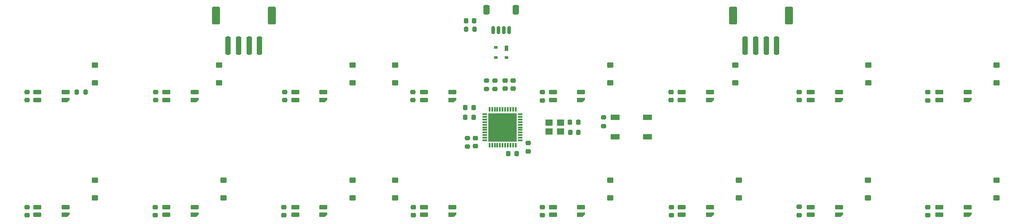
<source format=gbp>
G04 #@! TF.GenerationSoftware,KiCad,Pcbnew,(6.0.7)*
G04 #@! TF.CreationDate,2023-01-14T22:54:19+05:00*
G04 #@! TF.ProjectId,2x8 Music Keyboard PCB,32783820-4d75-4736-9963-204b6579626f,1*
G04 #@! TF.SameCoordinates,Original*
G04 #@! TF.FileFunction,Paste,Bot*
G04 #@! TF.FilePolarity,Positive*
%FSLAX46Y46*%
G04 Gerber Fmt 4.6, Leading zero omitted, Abs format (unit mm)*
G04 Created by KiCad (PCBNEW (6.0.7)) date 2023-01-14 22:54:19*
%MOMM*%
%LPD*%
G01*
G04 APERTURE LIST*
G04 Aperture macros list*
%AMRoundRect*
0 Rectangle with rounded corners*
0 $1 Rounding radius*
0 $2 $3 $4 $5 $6 $7 $8 $9 X,Y pos of 4 corners*
0 Add a 4 corners polygon primitive as box body*
4,1,4,$2,$3,$4,$5,$6,$7,$8,$9,$2,$3,0*
0 Add four circle primitives for the rounded corners*
1,1,$1+$1,$2,$3*
1,1,$1+$1,$4,$5*
1,1,$1+$1,$6,$7*
1,1,$1+$1,$8,$9*
0 Add four rect primitives between the rounded corners*
20,1,$1+$1,$2,$3,$4,$5,0*
20,1,$1+$1,$4,$5,$6,$7,0*
20,1,$1+$1,$6,$7,$8,$9,0*
20,1,$1+$1,$8,$9,$2,$3,0*%
%AMOutline5P*
0 Free polygon, 5 corners , with rotation*
0 The origin of the aperture is its center*
0 number of corners: always 5*
0 $1 to $10 corner X, Y*
0 $11 Rotation angle, in degrees counterclockwise*
0 create outline with 5 corners*
4,1,5,$1,$2,$3,$4,$5,$6,$7,$8,$9,$10,$1,$2,$11*%
%AMOutline6P*
0 Free polygon, 6 corners , with rotation*
0 The origin of the aperture is its center*
0 number of corners: always 6*
0 $1 to $12 corner X, Y*
0 $13 Rotation angle, in degrees counterclockwise*
0 create outline with 6 corners*
4,1,6,$1,$2,$3,$4,$5,$6,$7,$8,$9,$10,$11,$12,$1,$2,$13*%
%AMOutline7P*
0 Free polygon, 7 corners , with rotation*
0 The origin of the aperture is its center*
0 number of corners: always 7*
0 $1 to $14 corner X, Y*
0 $15 Rotation angle, in degrees counterclockwise*
0 create outline with 7 corners*
4,1,7,$1,$2,$3,$4,$5,$6,$7,$8,$9,$10,$11,$12,$13,$14,$1,$2,$15*%
%AMOutline8P*
0 Free polygon, 8 corners , with rotation*
0 The origin of the aperture is its center*
0 number of corners: always 8*
0 $1 to $16 corner X, Y*
0 $17 Rotation angle, in degrees counterclockwise*
0 create outline with 8 corners*
4,1,8,$1,$2,$3,$4,$5,$6,$7,$8,$9,$10,$11,$12,$13,$14,$15,$16,$1,$2,$17*%
G04 Aperture macros list end*
%ADD10RoundRect,0.225000X-0.250000X0.225000X-0.250000X-0.225000X0.250000X-0.225000X0.250000X0.225000X0*%
%ADD11RoundRect,0.083500X-0.656500X0.334000X-0.656500X-0.334000X0.656500X-0.334000X0.656500X0.334000X0*%
%ADD12RoundRect,0.077500X-0.677500X0.310000X-0.677500X-0.310000X0.677500X-0.310000X0.677500X0.310000X0*%
%ADD13Outline5P,-0.407500X0.725000X0.000000X0.725000X0.407500X0.317500X0.407500X-0.725000X-0.407500X-0.725000X270.000000*%
%ADD14RoundRect,0.082500X-0.647500X0.330000X-0.647500X-0.330000X0.647500X-0.330000X0.647500X0.330000X0*%
%ADD15RoundRect,0.225000X-0.225000X-0.250000X0.225000X-0.250000X0.225000X0.250000X-0.225000X0.250000X0*%
%ADD16R,0.700000X1.000000*%
%ADD17R,0.700000X0.600000*%
%ADD18RoundRect,0.200000X-0.275000X0.200000X-0.275000X-0.200000X0.275000X-0.200000X0.275000X0.200000X0*%
%ADD19RoundRect,0.275000X-0.335000X0.275000X-0.335000X-0.275000X0.335000X-0.275000X0.335000X0.275000X0*%
%ADD20RoundRect,0.200000X0.200000X0.275000X-0.200000X0.275000X-0.200000X-0.275000X0.200000X-0.275000X0*%
%ADD21RoundRect,0.200000X0.275000X-0.200000X0.275000X0.200000X-0.275000X0.200000X-0.275000X-0.200000X0*%
%ADD22RoundRect,0.250000X-0.250000X-1.500000X0.250000X-1.500000X0.250000X1.500000X-0.250000X1.500000X0*%
%ADD23RoundRect,0.250001X-0.499999X-1.449999X0.499999X-1.449999X0.499999X1.449999X-0.499999X1.449999X0*%
%ADD24RoundRect,0.150000X-0.150000X-0.625000X0.150000X-0.625000X0.150000X0.625000X-0.150000X0.625000X0*%
%ADD25RoundRect,0.249999X-0.350001X-0.650001X0.350001X-0.650001X0.350001X0.650001X-0.350001X0.650001X0*%
%ADD26R,1.400000X1.200000*%
%ADD27RoundRect,0.218750X0.218750X0.256250X-0.218750X0.256250X-0.218750X-0.256250X0.218750X-0.256250X0*%
%ADD28RoundRect,0.225000X0.225000X0.250000X-0.225000X0.250000X-0.225000X-0.250000X0.225000X-0.250000X0*%
%ADD29R,1.800000X1.100000*%
%ADD30R,0.300000X0.950000*%
%ADD31R,0.950000X0.300000*%
%ADD32R,5.400000X5.400000*%
G04 APERTURE END LIST*
D10*
G04 #@! TO.C,C20*
X108565000Y-119370000D03*
X108565000Y-117820000D03*
G04 #@! TD*
D11*
G04 #@! TO.C,LED9*
X61515000Y-117824995D03*
D12*
X61515000Y-119324995D03*
D13*
X66915000Y-119324995D03*
D14*
X66915000Y-117824995D03*
G04 #@! TD*
D10*
G04 #@! TO.C,C10*
X59535000Y-97390000D03*
X59535000Y-95840000D03*
G04 #@! TD*
D11*
G04 #@! TO.C,LED3*
X110715000Y-95825000D03*
D12*
X110715000Y-97325000D03*
D13*
X116115000Y-97325000D03*
D14*
X116115000Y-95825000D03*
G04 #@! TD*
D15*
G04 #@! TO.C,C1*
X164745000Y-101575000D03*
X163195000Y-101575000D03*
G04 #@! TD*
D10*
G04 #@! TO.C,C21*
X133275000Y-119395000D03*
X133275000Y-117845000D03*
G04 #@! TD*
D11*
G04 #@! TO.C,LED2*
X86115000Y-95825000D03*
D12*
X86115000Y-97325000D03*
D13*
X91515000Y-97325000D03*
D14*
X91515000Y-95825000D03*
G04 #@! TD*
D15*
G04 #@! TO.C,C4*
X152960000Y-107605000D03*
X151410000Y-107605000D03*
G04 #@! TD*
D16*
G04 #@! TO.C,ESD1*
X151035000Y-87500000D03*
D17*
X151035000Y-89200000D03*
X149035000Y-89200000D03*
X149035000Y-87300000D03*
G04 #@! TD*
D10*
G04 #@! TO.C,C15*
X182495000Y-97390000D03*
X182495000Y-95840000D03*
G04 #@! TD*
G04 #@! TO.C,C12*
X108705000Y-97380000D03*
X108705000Y-95830000D03*
G04 #@! TD*
D11*
G04 #@! TO.C,LED16*
X233715000Y-117824995D03*
D12*
X233715000Y-119324995D03*
D13*
X239115000Y-119324995D03*
D14*
X239115000Y-117824995D03*
G04 #@! TD*
D18*
G04 #@! TO.C,R3*
X147285000Y-95250000D03*
X147285000Y-93600000D03*
G04 #@! TD*
D11*
G04 #@! TO.C,LED7*
X209115000Y-95825000D03*
D12*
X209115000Y-97325000D03*
D13*
X214515000Y-97325000D03*
D14*
X214515000Y-95825000D03*
G04 #@! TD*
D19*
G04 #@! TO.C,D_12*
X129775000Y-116100000D03*
X129775000Y-112700000D03*
G04 #@! TD*
D11*
G04 #@! TO.C,LED1*
X61515000Y-95825000D03*
D12*
X61515000Y-97325000D03*
D13*
X66915000Y-97325000D03*
D14*
X66915000Y-95825000D03*
G04 #@! TD*
D20*
G04 #@! TO.C,R2*
X143310000Y-83805000D03*
X144960000Y-83805000D03*
G04 #@! TD*
D19*
G04 #@! TO.C,D_7*
X220125000Y-94075000D03*
X220125000Y-90675000D03*
G04 #@! TD*
D10*
G04 #@! TO.C,C14*
X157935000Y-97420000D03*
X157935000Y-95870000D03*
G04 #@! TD*
G04 #@! TO.C,C9*
X150805000Y-95200000D03*
X150805000Y-93650000D03*
G04 #@! TD*
D11*
G04 #@! TO.C,LED12*
X135315000Y-117824995D03*
D12*
X135315000Y-119324995D03*
D13*
X140715000Y-119324995D03*
D14*
X140715000Y-117824995D03*
G04 #@! TD*
D11*
G04 #@! TO.C,LED15*
X209115000Y-117824995D03*
D12*
X209115000Y-119324995D03*
D13*
X214515000Y-119324995D03*
D14*
X214515000Y-117824995D03*
G04 #@! TD*
D19*
G04 #@! TO.C,D_13*
X170855000Y-116100000D03*
X170855000Y-112700000D03*
G04 #@! TD*
D10*
G04 #@! TO.C,C17*
X231515000Y-97410000D03*
X231515000Y-95860000D03*
G04 #@! TD*
D19*
G04 #@! TO.C,D_1*
X72505000Y-94075000D03*
X72505000Y-90675000D03*
G04 #@! TD*
D21*
G04 #@! TO.C,R1*
X169635000Y-100690000D03*
X169635000Y-102340000D03*
G04 #@! TD*
D10*
G04 #@! TO.C,C16*
X206965000Y-97380000D03*
X206965000Y-95830000D03*
G04 #@! TD*
G04 #@! TO.C,C18*
X59495000Y-119390000D03*
X59495000Y-117840000D03*
G04 #@! TD*
D22*
G04 #@! TO.C,J4*
X97915000Y-86975000D03*
X99915000Y-86975000D03*
X101915000Y-86975000D03*
X103915000Y-86975000D03*
D23*
X106265000Y-81225000D03*
X95565000Y-81225000D03*
G04 #@! TD*
D19*
G04 #@! TO.C,D_16*
X244645000Y-116100000D03*
X244645000Y-112700000D03*
G04 #@! TD*
D20*
G04 #@! TO.C,R5*
X69020000Y-95825000D03*
X70670000Y-95825000D03*
G04 #@! TD*
D19*
G04 #@! TO.C,D_10*
X97065000Y-116100000D03*
X97065000Y-112700000D03*
G04 #@! TD*
D11*
G04 #@! TO.C,LED4*
X135315000Y-95825000D03*
D12*
X135315000Y-97325000D03*
D13*
X140715000Y-97325000D03*
D14*
X140715000Y-95825000D03*
G04 #@! TD*
D11*
G04 #@! TO.C,LED8*
X233715000Y-95825000D03*
D12*
X233715000Y-97325000D03*
D13*
X239115000Y-97325000D03*
D14*
X239115000Y-95825000D03*
G04 #@! TD*
D19*
G04 #@! TO.C,D_4*
X129805000Y-94075000D03*
X129805000Y-90675000D03*
G04 #@! TD*
G04 #@! TO.C,D_14*
X195445000Y-116100000D03*
X195445000Y-112700000D03*
G04 #@! TD*
D10*
G04 #@! TO.C,C13*
X133205000Y-97360000D03*
X133205000Y-95810000D03*
G04 #@! TD*
D19*
G04 #@! TO.C,D_3*
X121665000Y-94075000D03*
X121665000Y-90675000D03*
G04 #@! TD*
D10*
G04 #@! TO.C,C2*
X155225000Y-107150000D03*
X155225000Y-105600000D03*
G04 #@! TD*
D24*
G04 #@! TO.C,J1*
X148545000Y-84005000D03*
X149545000Y-84005000D03*
X150545000Y-84005000D03*
X151545000Y-84005000D03*
D25*
X152845000Y-80130000D03*
X147245000Y-80130000D03*
G04 #@! TD*
D22*
G04 #@! TO.C,J2*
X196645000Y-86975000D03*
X198645000Y-86975000D03*
X200645000Y-86975000D03*
X202645000Y-86975000D03*
D23*
X204995000Y-81225000D03*
X194295000Y-81225000D03*
G04 #@! TD*
D19*
G04 #@! TO.C,D_11*
X121675000Y-116100000D03*
X121675000Y-112700000D03*
G04 #@! TD*
D26*
G04 #@! TO.C,Y1*
X161405000Y-103405000D03*
X159205000Y-103405000D03*
X159205000Y-101705000D03*
X161405000Y-101705000D03*
G04 #@! TD*
D19*
G04 #@! TO.C,D_2*
X96195000Y-94075000D03*
X96195000Y-90675000D03*
G04 #@! TD*
D27*
G04 #@! TO.C,P1*
X144902500Y-82215000D03*
X143327500Y-82215000D03*
G04 #@! TD*
D10*
G04 #@! TO.C,C25*
X231525000Y-119385000D03*
X231525000Y-117835000D03*
G04 #@! TD*
D19*
G04 #@! TO.C,D_15*
X220085000Y-116100000D03*
X220085000Y-112700000D03*
G04 #@! TD*
D21*
G04 #@! TO.C,R6*
X143575000Y-104605000D03*
X143575000Y-106255000D03*
G04 #@! TD*
D11*
G04 #@! TO.C,LED11*
X110715000Y-117824995D03*
D12*
X110715000Y-119324995D03*
D13*
X116115000Y-119324995D03*
D14*
X116115000Y-117824995D03*
G04 #@! TD*
D11*
G04 #@! TO.C,LED13*
X159915000Y-117824995D03*
D12*
X159915000Y-119324995D03*
D13*
X165315000Y-119324995D03*
D14*
X165315000Y-117824995D03*
G04 #@! TD*
D15*
G04 #@! TO.C,C7*
X164765000Y-103505000D03*
X163215000Y-103505000D03*
G04 #@! TD*
D19*
G04 #@! TO.C,D_5*
X170835000Y-94075000D03*
X170835000Y-90675000D03*
G04 #@! TD*
D11*
G04 #@! TO.C,LED14*
X184515000Y-117824995D03*
D12*
X184515000Y-119324995D03*
D13*
X189915000Y-119324995D03*
D14*
X189915000Y-117824995D03*
G04 #@! TD*
D19*
G04 #@! TO.C,D_9*
X72485000Y-116100000D03*
X72485000Y-112700000D03*
G04 #@! TD*
D11*
G04 #@! TO.C,LED6*
X184515000Y-95825000D03*
D12*
X184515000Y-97325000D03*
D13*
X189915000Y-97325000D03*
D14*
X189915000Y-95825000D03*
G04 #@! TD*
D28*
G04 #@! TO.C,C8*
X143215000Y-100645000D03*
X144765000Y-100645000D03*
G04 #@! TD*
D10*
G04 #@! TO.C,C3*
X152355000Y-95200000D03*
X152355000Y-93650000D03*
G04 #@! TD*
G04 #@! TO.C,C19*
X83985000Y-119390000D03*
X83985000Y-117840000D03*
G04 #@! TD*
D19*
G04 #@! TO.C,D_8*
X244645000Y-94075000D03*
X244645000Y-90675000D03*
G04 #@! TD*
D10*
G04 #@! TO.C,C24*
X206925000Y-119350000D03*
X206925000Y-117800000D03*
G04 #@! TD*
D15*
G04 #@! TO.C,C6*
X144765000Y-98775000D03*
X143215000Y-98775000D03*
G04 #@! TD*
D29*
G04 #@! TO.C,SW1*
X171795000Y-104395000D03*
X177995000Y-104395000D03*
X171795000Y-100695000D03*
X177995000Y-100695000D03*
G04 #@! TD*
D18*
G04 #@! TO.C,R4*
X148865000Y-95250000D03*
X148865000Y-93600000D03*
G04 #@! TD*
D11*
G04 #@! TO.C,LED10*
X86115000Y-117824995D03*
D12*
X86115000Y-119324995D03*
D13*
X91515000Y-119324995D03*
D14*
X91515000Y-117824995D03*
G04 #@! TD*
D19*
G04 #@! TO.C,D_6*
X194725000Y-94075000D03*
X194725000Y-90675000D03*
G04 #@! TD*
D10*
G04 #@! TO.C,C11*
X84075000Y-97370000D03*
X84075000Y-95820000D03*
G04 #@! TD*
G04 #@! TO.C,C5*
X145105000Y-106205000D03*
X145105000Y-104655000D03*
G04 #@! TD*
G04 #@! TO.C,C23*
X182545000Y-119390000D03*
X182545000Y-117840000D03*
G04 #@! TD*
G04 #@! TO.C,C22*
X157945000Y-119370000D03*
X157945000Y-117820000D03*
G04 #@! TD*
D30*
G04 #@! TO.C,U1*
X147815000Y-99174998D03*
X148315000Y-99174998D03*
X148815000Y-99174998D03*
X149315000Y-99174998D03*
X149815000Y-99174998D03*
X150315000Y-99174998D03*
X150815000Y-99174998D03*
X151315000Y-99174998D03*
X151815000Y-99174998D03*
X152315000Y-99174998D03*
X152815000Y-99174998D03*
D31*
X153715000Y-100074998D03*
X153715000Y-100574998D03*
X153715000Y-101074998D03*
X153715000Y-101574998D03*
X153715000Y-102074998D03*
X153715000Y-102574998D03*
X153715000Y-103074998D03*
X153715000Y-103574998D03*
X153715000Y-104074998D03*
X153715000Y-104574998D03*
X153715000Y-105074998D03*
D30*
X152815000Y-105974998D03*
X152315000Y-105974998D03*
X151815000Y-105974998D03*
X151315000Y-105974998D03*
X150815000Y-105974998D03*
X150315000Y-105974998D03*
X149815000Y-105974998D03*
X149315000Y-105974998D03*
X148815000Y-105974998D03*
X148315000Y-105974998D03*
X147815000Y-105974998D03*
D31*
X146915000Y-105074998D03*
X146915000Y-104574998D03*
X146915000Y-104074998D03*
X146915000Y-103574998D03*
X146915000Y-103074998D03*
X146915000Y-102574998D03*
X146915000Y-102074998D03*
X146915000Y-101574998D03*
X146915000Y-101074998D03*
X146915000Y-100574998D03*
X146915000Y-100074998D03*
D32*
X150315000Y-102574998D03*
G04 #@! TD*
D11*
G04 #@! TO.C,LED5*
X159915000Y-95825000D03*
D12*
X159915000Y-97325000D03*
D13*
X165315000Y-97325000D03*
D14*
X165315000Y-95825000D03*
G04 #@! TD*
M02*

</source>
